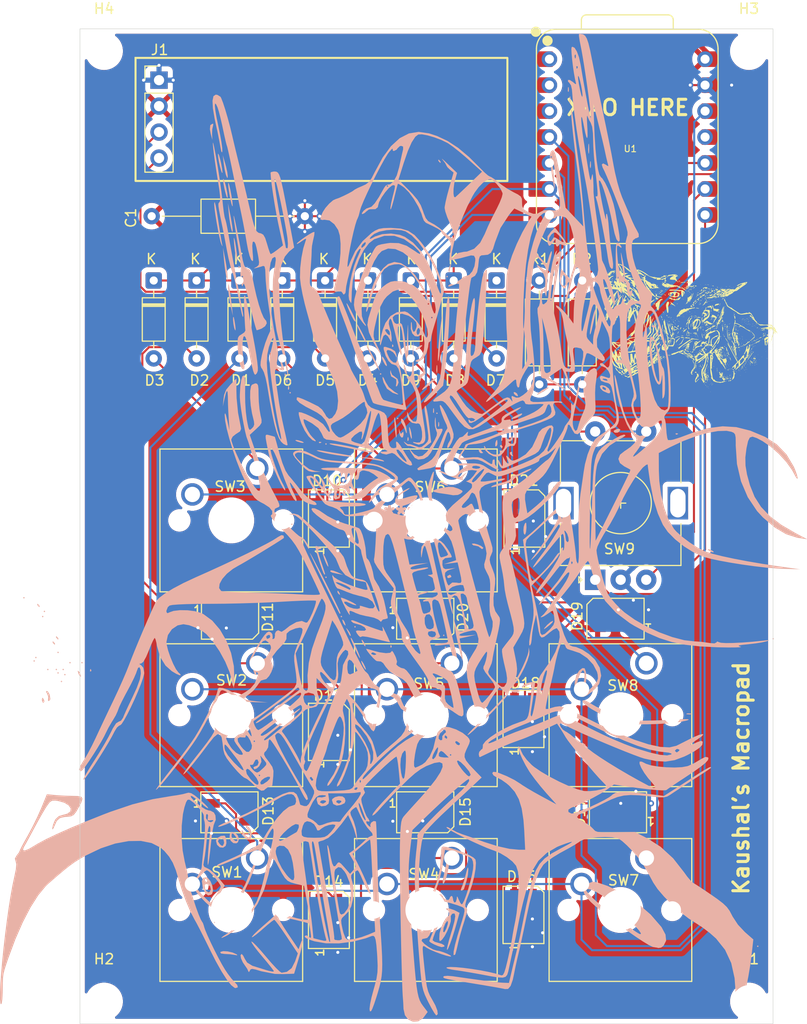
<source format=kicad_pcb>
(kicad_pcb (version 20241229) (generator "pcbnew") (generator_version "9.0")
  (layers (0 "F.Cu" signal) (2 "B.Cu" signal) (13 "F.Paste" user) (15 "B.Paste" user) (5 "F.SilkS" user "F.Silkscreen") (7 "B.SilkS" user "B.Silkscreen") (1 "F.Mask" user) (3 "B.Mask" user) (25 "Edge.Cuts" user))
  (net 0 "")
  (net 1 "Net-(D1-A)")
  (net 2 "Row1")
  (net 3 "Net-(D2-A)")
  (net 4 "Net-(D3-A)")
  (net 5 "Net-(D4-A)")
  (net 6 "Net-(D5-A)")
  (net 7 "LED")
  (net 8 "GND")
  (net 9 "VCC")
  (net 10 "Net-(D10-DOUT)")
  (net 11 "Net-(D11-DOUT)")
  (net 12 "Net-(D12-DOUT)")
  (net 13 "Net-(D13-DOUT)")
  (net 14 "Net-(D14-DOUT)")
  (net 15 "Net-(D15-DOUT)")
  (net 16 "Net-(D16-DOUT)")
  (net 17 "Net-(D17-DOUT)")
  (net 18 "SDA")
  (net 19 "SCL")
  (net 20 "3V3")
  (net 21 "Row2")
  (net 22 "Net-(D6-A)")
  (net 23 "Net-(D7-A)")
  (net 24 "Net-(D8-A)")
  (net 25 "Net-(D9-A)")
  (net 26 "Row3")
  (net 27 "Col1")
  (net 28 "Col2")
  (net 29 "Col3")
  (net 30 "RE_B")
  (net 31 "RE_A")
  (net 32 "Net-(D18-DOUT)")
  (net 33 "Net-(D19-DOUT)")
  (net 34 "Net-(D20-DOUT)")
  (footprint "LED_SMD:LED_SK6812MINI_PLCC4_3.5x3.5mm_P1.75mm" (layer "F.Cu") (at 39.556536 105.121192)
    (property "Reference" "D11")
    (property "Value" "SK6812MINI" (hide yes))
  )
  (footprint "Diode_THT:D_DO-35_SOD27_P7.62mm_Horizontal" (layer "F.Cu") (at 48.865711 72.036936 -90)
    (property "Reference" "D5")
    (property "Value" "1N4148" (hide yes))
  )
  (footprint "MountingHole:MountingHole_3.2mm_M3" (layer "F.Cu") (at 27.2178 142.560788)
    (property "Reference" "H2")
    (property "Value" "MountingHole" (hide yes))
  )
  (footprint "Graphics:grimlock" (layer "F.Cu") (at 85.23098 76.680974)
    (property "Reference" "G***" (hide yes))
    (property "Value" "LOGO" (hide yes))
  )
  (footprint "Button_Switch_Keyboard:SW_Cherry_MX_1.00u_PCB" (layer "F.Cu") (at 61.269472 109.476368)
    (property "Reference" "SW5")
    (property "Value" "SW_Push" (hide yes))
  )
  (footprint "MountingHole:MountingHole_3.2mm_M3" (layer "F.Cu") (at 27.2178 49.59688)
    (property "Reference" "H4")
    (property "Value" "MountingHole" (hide yes))
  )
  (footprint "Diode_THT:D_DO-35_SOD27_P7.62mm_Horizontal" (layer "F.Cu") (at 53.061558 72.036936 -90)
    (property "Reference" "D4")
    (property "Value" "1N4148" (hide yes))
  )
  (footprint "OPL Lib:XIAO-RP2040-DIP" (layer "F.Cu") (at 78.448732 58.004484)
    (property "Reference" "U1")
    (property "Value" "XIAO-RP2040-DIP")
  )
  (footprint "Resistor_THT:R_Axial_DIN0207_L6.3mm_D2.5mm_P10.16mm_Horizontal" (layer "F.Cu") (at 74.040792 82.196936 90)
    (property "Reference" "R2")
    (property "Value" "4.7K")
  )
  (footprint "LED_SMD:LED_SK6812MINI_PLCC4_3.5x3.5mm_P1.75mm" (layer "F.Cu") (at 68.286436 134.093028 90)
    (property "Reference" "D16")
    (property "Value" "SK6812MINI" (hide yes))
  )
  (footprint "LED_SMD:LED_SK6812MINI_PLCC4_3.5x3.5mm_P1.75mm" (layer "F.Cu") (at 68.286436 114.9196 90)
    (property "Reference" "D18")
    (property "Value" "SK6812MINI" (hide yes))
  )
  (footprint "LED_SMD:LED_SK6812MINI_PLCC4_3.5x3.5mm_P1.75mm" (layer "F.Cu") (at 77.540488 124.052684 180)
    (property "Reference" "D17")
    (property "Value" "SK6812MINI" (hide yes))
  )
  (footprint "LED_SMD:LED_SK6812MINI_PLCC4_3.5x3.5mm_P1.75mm" (layer "F.Cu") (at 77.298552 105.121192 180)
    (property "Reference" "D19")
    (property "Value" "SK6812MINI" (hide yes))
  )
  (footprint "Capacitor_THT:C_Axial_L5.1mm_D3.1mm_P15.00mm_Horizontal" (layer "F.Cu") (at 46.882324 65.746108 180)
    (property "Reference" "C1")
    (property "Value" "1.0uF")
  )
  (footprint "MountingHole:MountingHole_3.2mm_M3" (layer "F.Cu") (at 90.363096 49.59688)
    (property "Reference" "H3")
    (property "Value" "MountingHole" (hide yes))
  )
  (footprint "Button_Switch_Keyboard:SW_Cherry_MX_1.00u_PCB" (layer "F.Cu") (at 80.321932 109.476368)
    (property "Reference" "SW8")
    (property "Value" "SW_Push" (hide yes))
  )
  (footprint "LED_SMD:LED_SK6812MINI_PLCC4_3.5x3.5mm_P1.75mm" (layer "F.Cu") (at 58.66948 105.121192)
    (property "Reference" "D20")
    (property "Value" "SK6812MINI" (hide yes))
  )
  (footprint "Diode_THT:D_DO-35_SOD27_P7.62mm_Horizontal" (layer "F.Cu") (at 65.649098 72.036936 -90)
    (property "Reference" "D7")
    (property "Value" "1N4148" (hide yes))
  )
  (footprint "LED_SMD:LED_SK6812MINI_PLCC4_3.5x3.5mm_P1.75mm" (layer "F.Cu") (at 39.496052 124.052684)
    (property "Reference" "D13")
    (property "Value" "SK6812MINI" (hide yes))
  )
  (footprint "Diode_THT:D_DO-35_SOD27_P7.62mm_Horizontal" (layer "F.Cu") (at 32.082324 72.036936 -90)
    (property "Reference" "D3")
    (property "Value" "1N4148" (hide yes))
  )
  (footprint "Button_Switch_Keyboard:SW_Cherry_MX_1.00u_PCB" (layer "F.Cu") (at 42.218324 128.528828)
    (property "Reference" "SW1")
    (property "Value" "SW_Push" (hide yes))
  )
  (footprint "MountingHole:MountingHole_3.2mm_M3" (layer "F.Cu") (at 90.363096 142.560788)
    (property "Reference" "H1")
    (property "Value" "MountingHole" (hide yes))
  )
  (footprint "LED_SMD:LED_SK6812MINI_PLCC4_3.5x3.5mm_P1.75mm" (layer "F.Cu") (at 68.37918 95.318748 90)
    (property "Reference" "D21")
    (property "Value" "SK6812MINI" (hide yes))
  )
  (footprint "LED_SMD:LED_SK6812MINI_PLCC4_3.5x3.5mm_P1.75mm" (layer "F.Cu") (at 49.233976 116.189764 90)
    (property "Reference" "D12")
    (property "Value" "SK6812MINI" (hide yes))
  )
  (footprint "Button_Switch_Keyboard:SW_Cherry_MX_1.00u_PCB" (layer "F.Cu") (at 61.270456 128.528172)
    (property "Reference" "SW4")
    (property "Value" "SW_Push" (hide yes))
  )
  (footprint "LED_SMD:LED_SK6812MINI_PLCC4_3.5x3.5mm_P1.75mm" (layer "F.Cu") (at 58.66948 124.052684)
    (property "Reference" "D15")
    (property "Value" "SK6812MINI" (hide yes))
  )
  (footprint "Rotary_Encoder:RotaryEncoder_Alps_EC11E-Switch_Vertical_H20mm" (layer "F.Cu") (at 75.307436 101.310684 90)
    (property "Reference" "SW9")
    (property "Value" "RotaryEncoder_Switch")
  )
  (footprint "Button_Switch_Keyboard:SW_Cherry_MX_1.00u_PCB" (layer "F.Cu") (at 61.269472 90.423908)
    (property "Reference" "SW6")
    (property "Value" "SW_Push" (hide yes))
  )
  (footprint "LED_SMD:LED_SK6812MINI_PLCC4_3.5x3.5mm_P1.75mm" (layer "F.Cu") (at 49.233976 95.318748 90)
    (property "Reference" "D10")
    (property "Value" "SK6812MINI" (hide yes))
  )
  (footprint "Diode_THT:D_DO-35_SOD27_P7.62mm_Horizontal" (layer "F.Cu") (at 36.278171 72.036936 -90)
    (property "Reference" "D2")
    (property "Value" "1N4148" (hide yes))
  )
  (footprint "Button_Switch_Keyboard:SW_Cherry_MX_1.00u_PCB" (layer "F.Cu") (at 42.218324 90.423908)
    (property "Reference" "SW3")
    (property "Value" "SW_Push" (hide yes))
  )
  (footprint "Button_Switch_Keyboard:SW_Cherry_MX_1.00u_PCB" (layer "F.Cu") (at 80.322096 128.528828)
    (property "Reference" "SW7")
    (property "Value" "SW_Push" (hide yes))
  )
  (footprint "Resistor_THT:R_Axial_DIN0207_L6.3mm_D2.5mm_P10.16mm_Horizontal" (layer "F.Cu") (at 69.844945 82.196936 90)
    (property "Reference" "R1")
    (property "Value" "4.7K")
  )
  (footprint "Button_Switch_Keyboard:SW_Cherry_MX_1.00u_PCB" (layer "F.Cu") (at 42.218324 109.476368)
    (property "Reference" "SW2")
    (property "Value" "SW_Push" (hide yes))
  )
  (footprint "Diode_THT:D_DO-35_SOD27_P7.62mm_Horizontal" (layer "F.Cu") (at 44.669864 72.036936 -90)
    (property "Reference" "D6")
    (property "Value" "1N4148" (hide yes))
  )
  (footprint "Diode_THT:D_DO-35_SOD27_P7.62mm_Horizontal" (layer "F.Cu") (at 40.474018 72.036936 -90)
    (property "Reference" "D1")
    (property "Value" "1N4148" (hide yes))
  )
  (footprint "Diode_THT:D_DO-35_SOD27_P7.62mm_Horizontal" (layer "F.Cu") (at 57.257405 72.036936 -90)
    (property "Reference" "D9")
    (property "Value" "1N4148" (hide yes))
  )
  (footprint "Connector_PinHeader_2.54mm:PinHeader_1x04_P2.54mm_Vertical" (layer "F.Cu") (at 32.602324 52.44012)
    (property "Reference" "J1")
    (property "Value" "Conn_01x04_Pin")
  )
  (footprint "LED_SMD:LED_SK6812MINI_PLCC4_3.5x3.5mm_P1.75mm" (layer "F.Cu") (at 49.233976 134.5769 90)
    (property "Reference" "D14")
    (property "Value" "SK6812MINI" (hide yes))
  )
  (footprint "Diode_THT:D_DO-35_SOD27_P7.62mm_Horizontal" (layer "F.Cu") (at 61.453252 72.036936 -90)
    (property "Reference" "D8")
    (property "Value" "1N4148" (hide yes))
  )
  (footprint "Graphics:optimus2" (layer "B.Cu") (at 57.055457 94.963111 180)
    (property "Reference" "G***")
    (property "Value" "LOGO" (hide yes))
  )
  (gr_rect (start 30.302484 50.262368) (end 66.713852 62.298684) (stroke (width 0.2)) (fill no) (layer "F.SilkS"))
  (gr_rect (start 24.858924 47.419456) (end 92.721972 144.738212) (stroke (width 0.05)) (fill no) (layer "Edge.Cuts"))
  (gr_text "Kaushal's Macropad" (at 90.484064 132.278508 90) (layer "F.SilkS") (effects (font (size 1.5 1.5) (thickness 0.3) (bold yes)) (justify left bottom)))
  (gr_text "XIAO HERE" (at 72.338864 56.008184 0) (layer "F.SilkS") (effects (font (size 1.5 1.5) (thickness 0.3) (bold yes)) (justify left bottom)))
  (segment (start 31.7541 88.376854) (end 40.474018 79.656936) (width 0.2) (layer "B.Cu") (net 1))
  (segment (start 42.218324 126.895924) (end 31.7541 116.4317) (width 0.2) (layer "B.Cu") (net 1))
  (segment (start 42.218324 128.528828) (end 42.218324 126.895924) (width 0.2) (layer "B.Cu") (net 1))
  (segment (start 31.7541 116.4317) (end 31.7541 88.376854) (width 0.2) (layer "B.Cu") (net 1))
  (segment (start 51.11282 67.859208) (end 68.587544 50.384484) (width 0.2) (layer "F.Cu") (net 2))
  (segment (start 51.10898 67.859208) (end 51.11282 67.859208) (width 0.2) (layer "F.Cu") (net 2))
  (segment (start 36.278171 72.036936) (end 40.455899 67.859208) (width 0.2) (layer "F.Cu") (net 2))
  (segment (start 32.082324 72.036936) (end 40.474018 72.036936) (width 0.2) (layer "F.Cu") (net 2))
  (segment (start 68.587544 50.384484) (end 69.993732 50.384484) (width 0.2) (layer "F.Cu") (net 2))
  (segment (start 40.455899 67.859208) (end 51.10898 67.859208) (width 0.2) (layer "F.Cu") (net 2))
  (segment (start 31.626274 78.555936) (end 30.967808 79.214402) (width 0.2) (layer "F.Cu") (net 3))
  (segment (start 39.041601 109.476368) (end 42.218324 109.476368) (width 0.2) (layer "F.Cu") (net 3))
  (segment (start 30.967808 101.402575) (end 39.041601 109.476368) (width 0.2) (layer "F.Cu") (net 3))
  (segment (start 36.278171 79.656936) (end 35.177171 78.555936) (width 0.2) (layer "F.Cu") (net 3))
  (segment (start 30.967808 79.214402) (end 30.967808 101.402575) (width 0.2) (layer "F.Cu") (net 3))
  (segment (start 35.177171 78.555936) (end 31.626274 78.555936) (width 0.2) (layer "F.Cu") (net 3))
  (segment (start 32.082324 79.656936) (end 42.218324 89.792936) (width 0.2) (layer "F.Cu") (net 4))
  (segment (start 42.218324 89.792936) (end 42.218324 90.423908) (width 0.2) (layer "F.Cu") (net 4))
  (segment (start 53.061558 79.656936) (end 51.559558 78.154936) (width 0.2) (layer "F.Cu") (net 5))
  (segment (start 51.559558 78.154936) (end 44.047714 78.154936) (width 0.2) (layer "F.Cu") (net 5))
  (segment (start 43.167864 79.034786) (end 43.167864 85.990536) (width 0.2) (layer "F.Cu") (net 5))
  (segment (start 49.084976 108.236688) (end 52.448472 111.600184) (width 0.2) (layer "F.Cu") (net 5))
  (segment (start 57.036412 128.5285) (end 57.03674 128.528172) (width 0.2) (layer "F.Cu") (net 5))
  (segment (start 52.448472 111.600184) (end 52.448472 123.94056) (width 0.2) (layer "F.Cu") (net 5))
  (segment (start 49.084976 91.907648) (end 49.084976 108.236688) (width 0.2) (layer "F.Cu") (net 5))
  (segment (start 44.047714 78.154936) (end 43.167864 79.034786) (width 0.2) (layer "F.Cu") (net 5))
  (segment (start 43.167864 85.990536) (end 49.084976 91.907648) (width 0.2) (layer "F.Cu") (net 5))
  (segment (start 57.03674 128.528172) (end 61.270456 128.528172) (width 0.2) (layer "F.Cu") (net 5))
  (segment (start 52.448472 123.94056) (end 57.036412 128.5285) (width 0.2) (layer "F.Cu") (net 5))
  (segment (start 47.764711 78.555936) (end 44.213814 78.555936) (width 0.2) (layer "F.Cu") (net 6))
  (segment (start 43.568864 80.222168) (end 51.895272 88.548576) (width 0.2) (layer "F.Cu") (net 6))
  (segment (start 43.568864 79.200886) (end 43.568864 80.222168) (width 0.2) (layer "F.Cu") (net 6))
  (segment (start 48.865711 79.656936) (end 47.764711 78.555936) (width 0.2) (layer "F.Cu") (net 6))
  (segment (start 53.528668 109.476368) (end 61.269472 109.476368) (width 0.2) (layer "F.Cu") (net 6))
  (segment (start 44.213814 78.555936) (end 43.568864 79.200886) (width 0.2) (layer "F.Cu") (net 6))
  (segment (start 51.895272 88.548576) (end 51.895272 107.842972) (width 0.2) (layer "F.Cu") (net 6))
  (segment (start 51.895272 107.842972) (end 53.528668 109.476368) (width 0.2) (layer "F.Cu") (net 6))
  (segment (start 50.654644 91.541827) (end 50.595573 91.541827) (width 0.2) (layer "F.Cu") (net 7))
  (segment (start 50.141236 91.996164) (end 50.141236 93.536488) (width 0.2) (layer "F.Cu") (net 7))
  (segment (start 50.595573 91.541827) (end 50.141236 91.996164) (width 0.2) (layer "F.Cu") (net 7))
  (segment (start 50.141236 93.536488) (end 50.108976 93.568748) (width 0.2) (layer "F.Cu") (net 7))
  (via (at 50.654644 91.541827) (size 0.6) (drill 0.3) (layers "F.Cu" "B.Cu") (net 7))
  (segment (start 51.849888 90.347996) (end 59.213836 82.984048) (width 0.2) (layer "B.Cu") (net 7))
  (segment (start 59.213836 69.677568) (end 63.26692 65.624484) (width 0.2) (layer "B.Cu") (net 7))
  (segment (start 50.654644 91.541827) (end 51.848475 90.347996) (width 0.2) (layer "B.Cu") (net 7))
  (segment (start 51.848475 90.347996) (end 51.849888 90.347996) (width 0.2) (layer "B.Cu") (net 7))
  (segment (start 63.26692 65.624484) (end 70.828732 65.624484) (width 0.2) (layer "B.Cu") (net 7))
  (segment (start 59.213836 82.984048) (end 59.213836 69.677568) (width 0.2) (layer "B.Cu") (net 7))
  (segment (start 37.806536 107.113128) (end 37.8025 107.117164) (width 0.2) (layer "F.Cu") (net 8))
  (segment (start 56.91948 126.04462) (end 56.915444 126.048656) (width 0.2) (layer "F.Cu") (net 8))
  (segment (start 37.806536 105.996192) (end 39.161372 105.996192) (width 0.2) (layer "F.Cu") (net 8))
  (segment (start 86.903732 52.924484) (end 84.6181 52.924484) (width 0.2) (layer "F.Cu") (net 8))
  (segment (start 56.91948 105.996192) (end 56.91948 106.99216) (width 0.2) (layer "F.Cu") (net 8))
  (segment (start 50.108976 134.84706) (end 50.108976 136.3269) (width 0.2) (layer "F.Cu") (net 8))
  (segment (start 70.346928 116.6696) (end 69.161436 116.6696) (width 0.2) (layer "F.Cu") (net 8))
  (segment (start 56.91948 124.927684) (end 55.496088 124.927684) (width 0.2) (layer "F.Cu") (net 8))
  (segment (start 46.996068 65.746108) (end 47.056552 65.685624) (width 0.2) (layer "F.Cu") (net 8))
  (segment (start 50.108976 95.657464) (end 50.108976 97.068748) (width 0.2) (layer "F.Cu") (net 8))
  (segment (start 84.6181 52.924484) (end 84.617116 52.9235) (width 0.2) (layer "F.Cu") (net 8))
  (segment (start 69.25418 97.068748) (end 69.25418 95.56472) (width 0.2) (layer "F.Cu") (net 8))
  (segment (start 69.161436 135.843028) (end 69.161436 137.205936) (width 0.2) (layer "F.Cu") (net 8))
  (segment (start 69.25418 97.068748) (end 70.455788 97.068748) (width 0.2) (layer "F.Cu") (net 8))
  (segment (start 50.108976 98.467952) (end 50.108976 97.068748) (width 0.2) (layer "F.Cu") (net 8))
  (segment (start 79.048552 103.306672) (end 79.048552 104.246192) (width 0.2) (layer "F.Cu") (net 8))
  (segment (start 32.602324 52.44012) (end 32.602324 50.98946) (width 0.2) (layer "F.Cu") (net 8))
  (segment (start 37.746052 124.927684) (end 36.197656 124.927684) (width 0.2) (layer "F.Cu") (net 8))
  (segment (start 46.882324 65.746108) (end 48.326716 65.746108) (width 0.2) (layer "F.Cu") (net 8))
  (segment (start 50.108976 117.939764) (end 50.108976 116.520408) (width 0.2) (layer "F.Cu") (net 8))
  (segment (start 46.882324 67.250984) (end 46.8751 67.258208) (width 0.2) (layer "F.Cu") (net 8))
  (segment (start 33.991516 52.44012) (end 32.602324 52.44012) (width 0.2) (layer "F.Cu") (net 8))
  (segment (start 58.39932 124.927684) (end 58.427544 124.89946) (width 0.2) (layer "F.Cu") (net 8))
  (segment (start 88.66856 52.924484) (end 88.669544 52.9235) (width 0.2) (layer "F.Cu") (net 8))
  (segment (start 37.746052 126.105104) (end 37.742016 126.10914) (width 0.2) (layer "F.Cu") (net 8))
  (segment (start 37.746052 124.927684) (end 39.165408 124.927684) (width 0.2) (layer "F.Cu") (net 8))
  (segment (start 36.411368 105.996192) (end 37.806536 105.996192) (width 0.2) (layer "F.Cu") (net 8))
  (segment (start 32.602324 50.98946) (end 32.600876 50.988012) (width 0.2) (layer "F.Cu") (net 8))
  (segment (start 51.165428 136.3269) (end 50.108976 136.3269) (width 0.2) (layer "F.Cu") (net 8))
  (segment (start 69.25418 97.068748) (end 69.25418 98.528436) (width 0.2) (layer "F.Cu") (net 8))
  (segment (start 46.882324 65.746108) (end 46.882324 67.250984) (width 0.2) (layer "F.Cu") (net 8))
  (segment (start 77.572748 104.246192) (end 79.048552 104.246192) (width 0.2) (layer "F.Cu") (net 8))
  (segment (start 51.34688 117.939764) (end 50.108976 117.939764) (width 0.2) (layer "F.Cu") (net 8))
  (segment (start 46.882324 64.226784) (end 46.882324 65.746108) (width 0.2) (layer "F.Cu") (net 8))
  (segment (start 56.91948 106.99216) (end 56.915444 106.996196) (width 0.2) (layer "F.Cu") (net 8))
  (segment (start 69.161436 135.843028) (end 70.165476 135.843028) (width 0.2) (layer "F.Cu") (net 8))
  (segment (start 55.496088 105.996192) (end 56.91948 105.996192) (width 0.2) (layer "F.Cu") (net 8))
  (segment (start 70.455788 97.068748) (end 70.46386 97.07682) (width 0.2) (layer "F.Cu") (net 8))
  (segment (start 37.746052 124.927684) (end 37.746052 126.105104) (width 0.2) (layer "F.Cu") (net 8))
  (segment (start 39.161372 105.996192) (end 39.193632 106.028452) (width 0.2) (layer "F.Cu") (net 8))
  (segment (start 86.903732 52.924484) (end 88.66856 52.924484) (width 0.2) (layer "F.Cu") (net 8))
  (segment (start 36.197656 124.927684) (end 36.169432 124.89946) (width 0.2) (layer "F.Cu") (net 8))
  (segment (start 50.108976 119.367192) (end 50.108976 117.939764) (width 0.2) (layer "F.Cu") (net 8))
  (segment (start 80.774364 123.177684) (end 79.290488 123.177684) (width 0.2) (layer "F.Cu") (net 8))
  (segment (start 37.806536 105.996192) (end 37.806536 107.113128) (width 0.2) (layer "F.Cu") (net 8))
  (segment (start 31.088284 52.44012) (end 32.602324 52.44012) (width 0.2) (layer "F.Cu") (net 8))
  (segment (start 69.161436 115.18976) (end 69.161436 116.6696) (width 0.2) (layer "F.Cu") (net 8))
  (segment (start 46.882324 65.746108) (end 45.423484 65.746108) (width 0.2) (layer "F.Cu") (net 8))
  (segment (start 50.108976 137.754328) (end 50.108976 136.3269) (width 0.2) (layer "F.Cu") (net 8))
  (segment (start 77.814684 123.177684) (end 79.290488 123.177684) (width 0.2) (layer "F.Cu") (net 8))
  (segment (start 79.290488 122.000264) (end 79.290488 123.177684) (width 0.2) (layer "F.Cu") (net 8))
  (segment (start 51.34688 117.939764) (end 51.350916 117.9438) (width 0.2) (layer "F.Cu") (net 8))
  (segment (start 80.532428 104.246192) (end 79.048552 104.246192) (width 0.2) (layer "F.Cu") (net 8))
  (segment (start 56.91948 126.04462) (end 56.91948 125.927688) (width 0.2) (layer "F.Cu") (net 8))
  (segment (start 51.161392 97.068748) (end 50.108976 97.068748) (width 0.2) (layer "F.Cu") (net 8))
  (segment (start 69.161436 135.843028) (end 69.161436 134.488192) (width 0.2) (layer "F.Cu") (net 8))
  (segment (start 46.882324 65.746108) (end 46.996068 65.746108) (width 0.2) (layer "F.Cu") (net 8))
  (segment (start 56.91948 124.927684) (end 58.39932 124.927684) (width 0.2) (layer "F.Cu") (net 8))
  (segment (start 79.294524 121.996228) (end 79.290488 122.000264) (width 0.2) (layer "F.Cu") (net 8))
  (segment (start 56.91948 125.927688) (end 56.91948 124.927684) (width 0.2) (layer "F.Cu") (net 8))
  (segment (start 69.161436 118.125252) (end 69.161436 116.6696) (width 0.2) (layer "F.Cu") (net 8))
  (segment (start 39.165408 124.927684) (end 39.193632 124.89946) (width 0.2) (layer "F.Cu") (net 8))
  (via (at 69.25418 98.528436) (size 0.6) (drill 0.3) (layers "F.Cu" "B.Cu") (net 8))
  (via (at 46.8751 67.258208) (size 0.6) (drill 0.3) (layers "F.Cu" "B.Cu") (net 8))
  (via (at 55.496088 124.927684) (size 0.6) (drill 0.3) (layers "F.Cu" "B.Cu") (net 8))
  (via (at 55.496088 105.996192) (size 0.6) (drill 0.3) (layers "F.Cu" "B.Cu") (net 8))
  (via (at 69.161436 134.488192) (size 0.6) (drill 0.3) (layers "F.Cu" "B.Cu") (net 8))
  (via (at 58.427544 124.89946) (size 0.6) (drill 0.3) (layers "F.Cu" "B.Cu") (net 8))
  (via (at 33.991516 52.44012) (size 0.6) (drill 0.3) (layers "F.Cu" "B.Cu") (net 8))
  (via (at 50.108976 119.367192) (size 0.6) (drill 0.3) (layers "F.Cu" "B.Cu") (net 8))
  (via (at 69.25418 95.56472) (size 0.6) (drill 0.3) (layers "F.Cu" "B.Cu") (net 8))
  (via (at 32.600876 50.988012) (size 0.6) (drill 0.3) (layers "F.Cu" "B.Cu") (net 8))
  (via (at 79.294524 121.996228) (size 0.6) (drill 0.3) (layers "F.Cu" "B.Cu") (net 8))
  (via (at 56.91948 125.927688) (size 0.6) (drill 0.3) (layers "F.Cu" "B.Cu") (net 8))
  (via (at 88.669544 52.9235) (size 0.6) (drill 0.3) (layers "F.Cu" "B.Cu") (net 8))
  (via (at 46.882324 64.226784) (size 0.6) (drill 0.3) (layers "F.Cu" "B.Cu") (net 8))
  (via (at 70.346928 116.6696) (size 0.6) (drill 0.3) (layers "F.Cu" "B.Cu") (net 8))
  (via (at 48.326716 65.746108) (size 0.6) (drill 0.3) (layers "F.Cu" "B.Cu") (net 8))
  (via (at 70.46386 97.07682) (size 0.6) (drill 0.3) (layers "F.Cu" "B.Cu") (net 8))
  (via (at 39.193632 106.028452) (size 0.6) (drill 0.3) (layers "F.Cu" "B.Cu") (net 8))
  (via (at 50.108976 95.657464) (size 0.6) (drill 0.3) (layers "F.Cu" "B.Cu") (net 8))
  (via (at 69.161436 118.125252) (size 0.6) (drill 0.3) (layers "F.Cu" "B.Cu") (net 8))
  (via (at 36.411368 105.996192) (size 0.6) (drill 0.3) (layers "F.Cu" "B.Cu") (net 8))
  (via (at 50.108976 116.520408) (size 0.6) (drill 0.3) (layers "F.Cu" "B.Cu") (net 8))
  (via (at 50.108976 98.467952) (size 0.6) (drill 0.3) (layers "F.Cu" "B.Cu") (net 8))
  (via (at 79.048552 103.306672) (size 0.6) (drill 0.3) (layers "F.Cu" "B.Cu") (net 8))
  (via (at 37.8025 107.117164) (size 0.6) (drill 0.3) (layers "F.Cu" "B.Cu") (net 8))
  (via (at 45.423484 65.746108) (size 0.6) (drill 0.3) (layers "F.Cu" "B.Cu") (net 8))
  (via (at 39.193632 124.89946) (size 0.6) (drill 0.3) (layers "F.Cu" "B.Cu") (net 8))
  (via (at 51.161392 97.068748) (size 0.6) (drill 0.3) (layers "F.Cu" "B.Cu") (net 8))
  (via (at 80.774364 123.177684) (size 0.6) (drill 0.3) (layers "F.Cu" "B.Cu") (net 8))
  (via (at 69.161436 115.18976) (size 0.6) (drill 0.3) (layers "F.Cu" "B.Cu") (net 8))
  (via (at 70.165476 135.843028) (size 0.6) (drill 0.3) (layers "F.Cu" "B.Cu") (net 8))
  (via (at 77.572748 104.246192) (size 0.6) (drill 0.3) (layers "F.Cu" "B.Cu") (net 8))
  (via (at 37.742016 126.10914) (size 0.6) (drill 0.3) (layers "F.Cu" "B.Cu") (net 8))
  (via (at 77.814684 123.177684) (size 0.6) (drill 0.3) (layers "F.Cu" "B.Cu") (net 8))
  (via (at 51.165428 136.3269) (size 0.6) (drill 0.3) (layers "F.Cu" "B.Cu") (net 8))
  (via (at 36.169432 124.89946) (size 0.6) (drill 0.3) (layers "F.Cu" "B.Cu") (net 8))
  (via (at 80.532428 104.246192) (size 0.6) (drill 0.3) (layers "F.Cu" "B.Cu") (net 8))
  (via (at 56.915444 106.996196) (size 0.6) (drill 0.3) (layers "F.Cu" "B.Cu") (net 8))
  (via (at 50.108976 137.754328) (size 0.6) (drill 0.3) (layers "F.Cu" "B.Cu") (net 8))
  (via (at 84.617116 52.9235) (size 0.6) (drill 0.3) (layers "F.Cu" "B.Cu") (net 8))
  (via (at 50.108976 134.84706) (size 0.6) (drill 0.3) (layers "F.Cu" "B.Cu") (net 8))
  (via (at 69.161436 137.205936) (size 0.6) (drill 0.3) (layers "F.Cu" "B.Cu") (net 8))
  (via (at 31.088284 52.44012) (size 0.6) (drill 0.3) (layers "F.Cu" "B.Cu") (net 8))
  (via (at 51.350916 117.9438) (size 0.6) (drill 0.3) (layers "F.Cu" "B.Cu") (net 8))
  (segment (start 48.358976 98.943752) (end 41.306536 105.996192) (width 0.2) (layer "F.Cu") (net 10))
  (segment (start 48.358976 97.068748) (end 48.358976 98.943752) (width 0.2) (layer "F.Cu") (net 10))
  (segment (start 37.806536 104.246192) (end 38.806536 104.246192) (width 0.2) (layer "F.Cu") (net 11))
  (segment (start 40.205536 106.919388) (end 40.403312 107.117164) (width 0.2) (layer "F.Cu") (net 11))
  (segment (start 50.108976 111.742172) (end 50.108976 114.439764) (width 0.2) (layer "F.Cu") (net 11))
  (segment (start 45.483968 107.117164) (end 50.108976 111.742172) (width 0.2) (layer "F.Cu") (net 11))
  (segment (start 40.403312 107.117164) (end 45.483968 107.117164) (width 0.2) (layer "F.Cu") (net 11))
  (segment (start 40.205536 105.645192) (end 40.205536 106.919388) (width 0.2) (layer "F.Cu") (net 11))
  (segment (start 38.806536 104.246192) (end 40.205536 105.645192) (width 0.2) (layer "F.Cu") (net 11))
  (segment (start 48.358976 119.060736) (end 42.492028 124.927684) (width 0.2) (layer "F.Cu") (net 12))
  (segment (start 48.358976 117.939764) (end 48.358976 119.060736) (width 0.2) (layer "F.Cu") (net 12))
  (segment (start 42.492028 124.927684) (end 41.246052 124.927684) (width 0.2) (layer "F.Cu") (net 12))
  (segment (start 40.145052 124.217812) (end 40.145052 125.653684) (width 0.2) (layer "F.Cu") (net 13))
  (segment (start 39.104924 123.177684) (end 40.145052 124.217812) (width 0.2) (layer "F.Cu") (net 13))
  (segment (start 37.746052 123.177684) (end 39.104924 123.177684) (width 0.2) (layer "F.Cu") (net 13))
  (segment (start 43.391216 126.10914) (end 50.108976 132.8269) (width 0.2) (layer "F.Cu") (net 13))
  (segment (start 40.600508 126.10914) (end 43.391216 126.10914) (width 0.2) (layer "F.Cu") (net 13))
  (segment (start 40.145052 125.653684) (end 40.600508 126.10914) (width 0.2) (layer "F.Cu") (net 13))
  (segment (start 48.358976 135.3269) (end 49.713816 133.97206) (width 0.2) (layer "F.Cu") (net 14))
  (segment (start 50.790816 133.97206) (end 52.379144 132.383732) (width 0.2) (layer "F.Cu") (net 14))
  (segment (start 48.358976 136.3269) (end 48.358976 135.3269) (width 0.2) (layer "F.Cu") (net 14))
  (segment (start 62.056584 130.101084) (end 56.55254 130.101084) (width 0.2) (layer "F.Cu") (net 14))
  (segment (start 56.55254 130.101084) (end 55.9477 129.496244) (width 0.2) (layer "F.Cu") (net 14))
  (segment (start 53.346888 129.496244) (end 52.379144 130.463988) (width 0.2) (layer "F.Cu") (net 14))
  (segment (start 62.671456 127.17966) (end 62.671456 129.486212) (width 0.2) (layer "F.Cu") (net 14))
  (segment (start 62.671456 129.486212) (end 62.056584 130.101084) (width 0.2) (layer "F.Cu") (net 14))
  (segment (start 60.41948 124.927684) (end 62.671456 127.17966) (width 0.2) (layer "F.Cu") (net 14))
  (segment (start 49.713816 133.97206) (end 50.790816 133.97206) (width 0.2) (layer "F.Cu") (net 14))
  (segment (start 52.379144 132.383732) (end 52.379144 130.463988) (width 0.2) (layer "F.Cu") (net 14))
  (segment (start 55.9477 129.496244) (end 53.346888 129.496244) (width 0.2) (layer "F.Cu") (net 14))
  (segment (start 63.112844 124.201684) (end 69.161436 130.250276) (width 0.2) (layer "F.Cu") (net 15))
  (segment (start 57.94348 124.201684) (end 63.112844 124.201684) (width 0.2) (layer "F.Cu") (net 15))
  (segment (start 69.161436 130.250276) (end 69.161436 132.343028) (width 0.2) (layer "F.Cu") (net 15))
  (segment (start 56.91948 123.177684) (end 57.94348 124.201684) (width 0.2) (layer "F.Cu") (net 15))
  (segment (start 68.948593 133.851092) (end 69.5566 133.851092) (width 0.2) (layer "F.Cu") (net 16))
  (segment (start 73.637252 123.177684) (end 75.790488 123.177684) (width 0.2) (layer "F.Cu") (net 16))
  (segment (start 70.524344 126.290592) (end 73.637252 123.177684) (width 0.2) (layer "F.Cu") (net 16))
  (segment (start 67.411436 135.388249) (end 68.948593 133.851092) (width 0.2) (layer "F.Cu") (net 16))
  (segment (start 67.411436 135.843028) (end 67.411436 135.388249) (width 0.2) (layer "F.Cu") (net 16))
  (segment (start 70.524344 132.883348) (end 70.524344 126.290592) (width 0.2) (layer "F.Cu") (net 16))
  (segment (start 69.5566 133.851092) (end 70.524344 132.883348) (width 0.2) (layer "F.Cu") (net 16))
  (segment (start 79.290488 124.927684) (end 78.714741 124.927684) (width 0.2) (layer "F.Cu") (net 17))
  (segment (start 78.714741 124.927684) (end 76.891488 123.104431) (width 0.2) (layer "F.Cu") (net 17))
  (segment (start 76.891488 120.899652) (end 69.161436 113.1696) (width 0.2) (layer "F.Cu") (net 17))
  (segment (start 76.891488 123.104431) (end 76.891488 120.899652) (width 0.2) (layer "F.Cu") (net 17))
  (segment (start 68.743945 73.137936) (end 31.297164 73.137936) (width 0.2) (layer "F.Cu") (net 18))
  (segment (start 69.844945 72.036936) (end 81.337397 60.544484) (width 0.2) (layer "F.Cu") (net 18))
  (segment (start 81.337397 60.544484) (end 86.903732 60.544484) (width 0.2) (layer "F.Cu") (net 18))
  (segment (start 30.781324 61.88112) (end 32.602324 60.06012) (width 0.2) (layer "F.Cu") (net 18))
  (segment (start 69.844945 72.036936) (end 68.743945 73.137936) (width 0.2) (layer "F.Cu") (net 18))
  (segment (start 30.781324 72.622096) (end 30.781324 61.88112) (width 0.2) (layer "F.Cu") (net 18))
  (segment (start 31.297164 73.137936) (end 30.781324 72.622096) (width 0.2) (layer "F.Cu") (net 18))
  (segment (start 87.146362 58.004484) (end 86.068732 58.004484) (width 0.2) (layer "F.Cu") (net 19))
  (segment (start 30.380324 73.082028) (end 30.380324 59.74212) (width 0.2) (layer "F.Cu") (net 19))
  (segment (start 74.040792 72.036936) (end 72.529184 73.548544) (width 0.2) (layer "F.Cu") (net 19))
  (segment (start 72.529184 73.548544) (end 30.84684 73.548544) (width 0.2) (layer "F.Cu") (net 19))
  (segment (start 74.040792 72.036936) (end 84.444532 61.633196) (width 0.2) (layer "F.Cu") (net 19))
  (segment (start 88.420732 61.34611) (end 88.420732 59.278854) (width 0.2) (layer "F.Cu") (net 19))
  (segment (start 88.133646 61.633196) (end 88.420732 61.34611) (width 0.2) (layer "F.Cu") (net 19))
  (segment (start 84.444532 61.633196) (end 88.133646 61.633196) (width 0.2) (layer "F.Cu") (net 19))
  (segment (start 88.420732 59.278854) (end 87.146362 58.004484) (width 0.2) (layer "F.Cu") (net 19))
  (segment (start 30.84684 73.548544) (end 30.380324 73.082028) (width 0.2) (layer "F.Cu") (net 19))
  (segment (start 30.380324 59.74212) (end 32.602324 57.52012) (width 0.2) (layer "F.Cu") (net 19))
  (segment (start 74.040792 82.196936) (end 69.844945 82.196936) (width 0.2) (layer "F.Cu") (net 20))
  (segment (start 85.005732 71.231996) (end 85.005732 56.527484) (width 0.2) (layer "B.Cu") (net 20))
  (segment (start 74.040792 82.196936) (end 85.005732 71.231996) (width 0.2) (layer "B.Cu") (net 20))
  (segment (start 85.005732 56.527484) (end 86.068732 55.464484) (width 0.2) (layer "B.Cu") (net 20))
  (segment (start 48.865711 71.557933) (end 67.49916 52.924484) (width 0.2) (layer "F.Cu") (net 21))
  (segment (start 48.865711 72.036936) (end 48.865711 71.557933) (width 0.2) (layer "F.Cu") (net 21))
  (segment (start 67.49916 52.924484) (end 69.993732 52.924484) (width 0.2) (layer "F.Cu") (net 21))
  (segment (start 44.669864 72.036936) (end 53.061558 72.036936) (width 0.2) (layer "F.Cu") (net 21))
  (segment (start 55.436836 90.423908) (end 61.269472 90.423908) (width 0.2) (layer "F.Cu") (net 22))
  (segment (start 44.669864 79.656936) (end 55.436836 90.423908) (width 0.2) (layer "F.Cu") (net 22))
  (segment (start 65.685132 79.656936) (end 65.806592 79.778396) (width 0.2) (layer "F.Cu") (net 23))
  (segment (start 65.649098 79.656936) (end 65.685132 79.656936) (width 0.2) (layer "F.Cu") (net 23))
  (segment (start 81.381058 127.469866) (end 80.322096 128.528828) (width 0.2) (layer "B.Cu") (net 23))
  (segment (start 61.891682 77.661456) (end 60.352252 79.200886) (width 0.2) (layer "B.Cu") (net 23))
  (segment (start 81.381058 114.042418) (end 81.381058 127.469866) (width 0.2) (layer "B.Cu") (net 23))
  (segment (start 66.767482 99.428842) (end 81.381058 114.042418) (width 0.2) (layer "B.Cu") (net 23))
  (segment (start 63.653618 77.661456) (end 61.891682 77.661456) (width 0.2) (layer "B.Cu") (net 23))
  (segment (start 65.649098 79.656936) (end 63.653618 77.661456) (width 0.2) (layer "B.Cu") (net 23))
  (segment (start 66.767482 87.029622) (end 66.767482 99.428842) (width 0.2) (layer "B.Cu") (net 23))
  (segment (start 60.352252 79.200886) (end 60.352252 80.614392) (width 0.2) (layer "B.Cu") (net 23))
  (segment (start 60.352252 80.614392) (end 66.767482 87.029622) (width 0.2) (layer "B.Cu") (net 23))
  (segment (start 77.842908 106.996196) (end 77.842908 106.997344) (width 0.2) (layer "B.Cu") (net 24))
  (segment (start 77.842908 106.997344) (end 80.321932 109.476368) (width 0.2) (layer "B.Cu") (net 24))
  (segment (start 77.84176 106.996196) (end 77.842908 106.997344) (width 0.2) (layer "B.Cu") (net 24))
  (segment (start 75.060644 106.996196) (end 77.84176 106.996196) (width 0.2) (layer "B.Cu") (net 24))
  (segment (start 67.168482 99.104034) (end 75.060644 106.996196) (width 0.2) (layer "B.Cu") (net 24))
  (segment (start 79.71824 109.476368) (end 80.321932 109.476368) (width 0.2) (layer "B.Cu") (net 24))
  (segment (start 67.168482 85.372166) (end 67.168482 99.104034) (width 0.2) (layer "B.Cu") (net 24))
  (segment (start 61.453252 79.656936) (end 67.168482 85.372166) (width 0.2) (layer "B.Cu") (net 24))
  (segment (start 57.257405 79.656936) (end 64.411153 86.810684) (width 0.2) (layer "F.Cu") (net 25))
  (segment (start 57.157872 79.656936) (end 56.975928 79.83888) (width 0.2) (layer "F.Cu") (net 25))
  (segment (start 64.411153 86.810684) (end 75.307436 86.810684) (width 0.2) (layer "F.Cu") (net 25))
  (segment (start 57.257405 79.656936) (end 57.157872 79.656936) (width 0.2) (layer "F.Cu") (net 25))
  (segment (start 57.257405 72.036936) (end 65.649098 72.036936) (width 0.2) (layer "F.Cu") (net 26))
  (segment (start 66.652712 55.464484) (end 70.828732 55.464484) (width 0.2) (layer "F.Cu") (net 26))
  (segment (start 61.453252 60.663944) (end 66.652712 55.464484) (width 0.2) (layer "F.Cu") (net 26))
  (segment (start 61.453252 72.036936) (end 61.453252 60.663944) (width 0.2) (layer "F.Cu") (net 26))
  (segment (start 76.700748 84.359472) (end 77.343684 85.002408) (width 0.2) (layer "B.Cu") (net 27))
  (segment (start 70.828732 58.004484) (end 72.693732 59.869484) (width 0.2) (layer "B.Cu") (net 27))
  (segment (start 77.343684 85.002408) (end 84.77618 85.002408) (width 0.2) (layer "B.Cu") (net 27))
  (segment (start 73.972096 136.512552) (end 73.972096 131.068828) (width 0.2) (layer "B.Cu") (net 27))
  (segment (start 40.65214 131.257828) (end 38.704508 131.257828) (width 0.2) (layer "B.Cu") (net 27))
  (segment (start 41.128464 131.734152) (end 40.65214 131.257828) (width 0.2) (layer "B.Cu") (net 27))
  (segment (start 38.704508 131.257828) (end 38.228184 131.734152) (width 0.2) (layer "B.Cu") (net 27))
  (segment (start 54.920456 131.068172) (end 54.254476 131.734152) (width 0.2) (layer "B.Cu") (net 27))
  (segment (start 72.693732 59.869484) (end 72.693732 82.406926) (width 0.2) (layer "B.Cu") (net 27))
  (segment (start 72.693732 82.406926) (end 74.646278 84.359472) (width 0.2) (layer "B.Cu") (net 27))
  (segment (start 86.023956 86.250184) (end 86.023956 135.226516) (width 0.2) (layer "B.Cu") (net 27))
  (segment (start 74.646278 84.359472) (end 76.700748 84.359472) (width 0.2) (layer "B.Cu") (net 27))
  (segment (start 38.228184 131.734152) (end 36.533648 131.734152) (width 0.2) (layer "B.Cu") (net 27))
  (segment (start 75.00016 137.540616) (end 73.972096 136.512552) (width 0.2) (layer "B.Cu") (net 27))
  (segment (start 54.254476 131.734152) (end 41.128464 131.734152) (width 0.2) (layer "B.Cu") (net 27))
  (segment (start 84.77618 85.002408) (end 86.023956 86.250184) (width 0.2) (layer "B.Cu") (net 27))
  (segment (start 36.533648 131.734152) (end 35.868324 131.068828) (width 0.2) (layer "B.Cu") (net 27))
  (segment (start 73.972096 131.068828) (end 54.921112 131.068828) (width 0.2) (layer "B.Cu") (net 27))
  (segment (start 54.921112 131.068828) (end 54.920456 131.068172) (width 0.2) (layer "B.Cu") (net 27))
  (segment (start 83.709856 137.540616) (end 75.00016 137.540616) (width 0.2) (layer "B.Cu") (net 27))
  (segment (start 86.023956 135.226516) (end 83.709856 137.540616) (width 0.2) (layer "B.Cu") (net 27))
  (segment (start 85.622956 135.060416) (end 83.543756 137.139616) (width 0.2) (layer "B.Cu") (net 28))
  (segment (start 72.27838 61.994132) (end 72.27838 63.967032) (width 0.2) (layer "B.Cu") (net 28))
  (segment (start 73.812868 84.760472) (end 76.534648 84.760472) (width 0.2) (layer "B.Cu") (net 28))
  (segment (start 72.27838 63.967032) (end 72.292732 63.981384) (width 0.2) (layer "B.Cu") (net 28))
  (segment (start 73.971932 112.016368) (end 54.919472 112.016368) (width 0.2) (layer "B.Cu") (net 28))
  (segment (start 84.254212 85.403408) (end 85.622956 86.772152) (width 0.2) (layer "B.Cu") (net 28))
  (segment (start 70.828732 60.544484) (end 71.0687 60.544484) (width 0.2) (layer "B.Cu") (net 28))
  (segment (start 83.543756 137.139616) (end 76.451776 137.139616) (width 0.2) (layer "B.Cu") (net 28))
  (segment (start 75.373096 136.060936) (end 75.373096 129.687728) (width 0.2) (layer "B.Cu") (net 28))
  (segment (start 77.177584 85.403408) (end 84.254212 85.403408) (width 0.2) (layer "B.Cu") (net 28))
  (segment (start 76.451776 137.139616) (end 75.373096 136.060936) (width 0.2) (layer "B.Cu") (net 28))
  (segment (start 76.534648 84.760472) (end 77.177584 85.403408) (width 0.2) (layer "B.Cu") (net 28))
  (segment (start 70.828732 60.544484) (end 72.27838 61.994132) (width 0.2) (layer "B.Cu") (net 28))
  (segment (start 73.971932 128.286564) (end 73.971932 112.016368) (width 0.2) (layer "B.Cu") (net 28))
  (segment (start 85.622956 86.772152) (end 85.622956 135.060416) (width 0.2) (layer "B.Cu") (net 28))
  (segment (start 54.919472 112.016368) (end 35.868324 112.016368) (width 0.2) (layer "B.Cu") (net 28))
  (segment (start 75.373096 129.687728) (end 73.971932 128.286564) (width 0.2) (layer "B.Cu") (net 28))
  (segment (start 72.292732 63.981384) (end 72.292732 83.240336) (width 0.2) (layer "B.Cu") (net 28))
  (segment (start 72.292732 83.240336) (end 73.812868 84.760472) (width 0.2) (layer "B.Cu") (net 28))
  (segment (start 58.729964 69.59434) (end 58.729964 82.617977) (width 0.2) (layer "B.Cu") (net 29))
  (segment (start 49.475912 92.963908) (end 49.959784 92.963908) (width 0.2) (layer "B.Cu") (net 29))
  (segment (start 76.133212 85.161472) (end 73.18564 85.161472) (width 0.2) (layer "B.Cu") (net 29))
  (segment (start 73.18564 85.161472) (end 71.891732 83.867564) (width 0.2) (layer "B.Cu") (net 29))
  (segment (start 49.959784 92.963908) (end 51.169464 92.963908) (width 0.2) (layer "B.Cu") (net 29))
  (segment (start 71.891732 64.147484) (end 70.828732 63.084484) (width 0.2) (layer "B.Cu") (net 29))
  (segment (start 49.838816 92.84294) (end 49.959784 92.963908) (width 0.2) (layer "B.Cu") (net 29))
  (segment (start 77.782424 86.810684) (end 76.133212 85.161472) (width 0.2) (layer "B.Cu") (net 29))
  (segment (start 65.23982 63.084484) (end 58.729964 69.59434) (width 0.2) (layer "B.Cu") (net 29))
  (segment (start 49.475912 92.963908) (end 49.717848 92.963908) (width 0.2) (layer "B.Cu") (net 29))
  (segment (start 70.828732 63.084484) (end 65.23982 63.084484) (width 0.2) (layer "B.Cu") (net 29))
  (segment (start 49.717848 92.963908) (end 49.838816 92.84294) (width 0.2) (layer "B.Cu") (net 29))
  (segment (start 58.729964 82.617977) (end 49.838816 91.509125) (width 0.2) (layer "B.Cu") (net 29))
  (segment (start 80.307436 86.810684) (end 77.782424 86.810684) (width 0.2) (layer "B.Cu") (net 29))
  (segment (start 35.868324 92.963908) (end 49.475912 92.963908) (width 0.2) (layer "B.Cu") (net 29))
  (segment (start 49.838816 91.509125) (end 49.838816 92.84294) (width 0.2) (layer "B.Cu") (net 29))
  (segment (start 51.169464 92.963908) (end 54.919472 92.963908) (width 0.2) (layer "B.Cu") (net 29))
  (segment (start 71.891732 83.867564) (end 71.891732 64.147484) (width 0.2) (layer "B.Cu") (net 29))
  (segment (start 84.98002 96.6381) (end 80.307436 101.310684) (width 0.2) (layer "F.Cu") (net 30))
  (segment (start 86.068732 63.084484) (end 84.98002 64.173196) (width 0.2) (layer "F.Cu") (net 30))
  (segment (start 84.98002 64.173196) (end 84.98002 96.6381) (width 0.2) (layer "F.Cu") (net 30))
  (segment (start 86.068732 65.624484) (end 86.068732 98.346984) (width 0.2) (layer "F.Cu") (net 31))
  (segment (start 81.713884 102.701832) (end 76.698584 102.701832) (width 0.2) (layer "F.Cu") (net 31))
  (segment (start 76.698584 102.701832) (end 75.307436 101.310684) (width 0.2) (layer "F.Cu") (net 31))
  (segment (start 86.068732 98.346984) (end 81.713884 102.701832) (width 0.2) (layer "F.Cu") (net 31))
  (segment (start 68.435436 115.6456) (end 68.435436 109.93188) (width 0.2) (layer "F.Cu") (net 32))
  (segment (start 68.435436 109.93188) (end 74.121124 104.246192) (width 0.2) (layer "F.Cu") (net 32))
  (segment (start 74.121124 104.246192) (end 75.548552 104.246192) (width 0.2) (layer "F.Cu") (net 32))
  (segment (start 67.411436 116.6696) (end 68.435436 115.6456) (width 0.2) (layer "F.Cu") (net 32))
  (segment (start 78.415488 105.996192) (end 79.048552 105.996192) (width 0.2) (layer "F.Cu") (net 33))
  (segment (start 76.935648 103.806288) (end 76.935648 104.516352) (width 0.2) (layer "F.Cu") (net 33))
  (segment (start 76.935648 104.516352) (end 78.415488 105.996192) (width 0.2) (layer "F.Cu") (net 33))
  (segment (start 60.41948 105.996192) (end 62.89548 103.520192) (width 0.2) (layer "F.Cu") (net 33))
  (segment (start 76.649552 103.520192) (end 76.935648 103.806288) (width 0.2) (layer "F.Cu") (net 33))
  (segment (start 62.89548 103.520192) (end 76.649552 103.520192) (width 0.2) (layer "F.Cu") (net 33))
  (segment (start 69.25418 93.645748) (end 69.25418 93.568748) (width 0.2) (layer "F.Cu") (net 34))
  (segment (start 56.91948 104.246192) (end 56.91948 100.69543) (width 0.2) (layer "F.Cu") (net 34))
  (segment (start 68.15318 92.467748) (end 69.25418 93.568748) (width 0.2) (layer "F.Cu") (net 34))
  (segment (start 65.147162 92.467748) (end 68.15318 92.467748) (width 0.2) (layer "F.Cu") (net 34))
  (segment (start 56.91948 100.69543) (end 65.147162 92.467748) (width 0.2) (layer "F.Cu") (net 34))
  (zone (net 9) (net_name "VCC") (layer "F.Cu") (priority 1) (connect_pads (clearance 0.5)) (min_thickness 0.25) (fill yes (thermal_gap 0.5) (thermal_bridge_width 0.5))
    (polygon (pts (xy 24.858924 47.419456) (xy 24.858924 144.738212) (xy 92.721972 144.738212) (xy 92.721972 47.419456)))
  )
  (zone (net 8) (net_name "GND") (layer "B.Cu") (connect_pads (clearance 0.5)) (min_thickness 0.25) (fill yes (thermal_gap 0.5) (thermal_bridge_width 0.5))
    (polygon (pts (xy 24.858924 47.419456) (xy 24.858924 144.738212) (xy 92.721972 144.738212) (xy 92.721972 47.419456)))
  )
)
</source>
